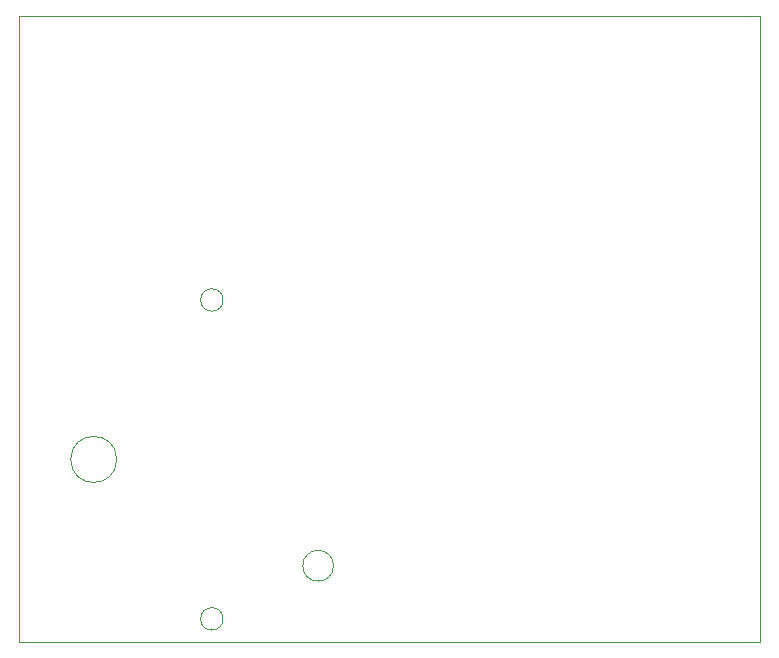
<source format=gbr>
%TF.GenerationSoftware,KiCad,Pcbnew,8.0.8*%
%TF.CreationDate,2025-02-27T00:02:59-08:00*%
%TF.ProjectId,Lab3v2,4c616233-7632-42e6-9b69-6361645f7063,V1*%
%TF.SameCoordinates,Original*%
%TF.FileFunction,Profile,NP*%
%FSLAX46Y46*%
G04 Gerber Fmt 4.6, Leading zero omitted, Abs format (unit mm)*
G04 Created by KiCad (PCBNEW 8.0.8) date 2025-02-27 00:02:59*
%MOMM*%
%LPD*%
G01*
G04 APERTURE LIST*
%TA.AperFunction,Profile*%
%ADD10C,0.050000*%
%TD*%
G04 APERTURE END LIST*
D10*
X106500000Y-71500000D02*
X169250000Y-71500000D01*
X169250000Y-124500000D01*
X106500000Y-124500000D01*
X106500000Y-71500000D01*
%TO.C,M1*%
X114790000Y-109040000D02*
G75*
G02*
X110890000Y-109040000I-1950000J0D01*
G01*
X110890000Y-109040000D02*
G75*
G02*
X114790000Y-109040000I1950000J0D01*
G01*
X123790000Y-95540000D02*
G75*
G02*
X121890000Y-95540000I-950000J0D01*
G01*
X121890000Y-95540000D02*
G75*
G02*
X123790000Y-95540000I950000J0D01*
G01*
X123790000Y-122540000D02*
G75*
G02*
X121890000Y-122540000I-950000J0D01*
G01*
X121890000Y-122540000D02*
G75*
G02*
X123790000Y-122540000I950000J0D01*
G01*
X133140000Y-118040000D02*
G75*
G02*
X130540000Y-118040000I-1300000J0D01*
G01*
X130540000Y-118040000D02*
G75*
G02*
X133140000Y-118040000I1300000J0D01*
G01*
%TD*%
M02*

</source>
